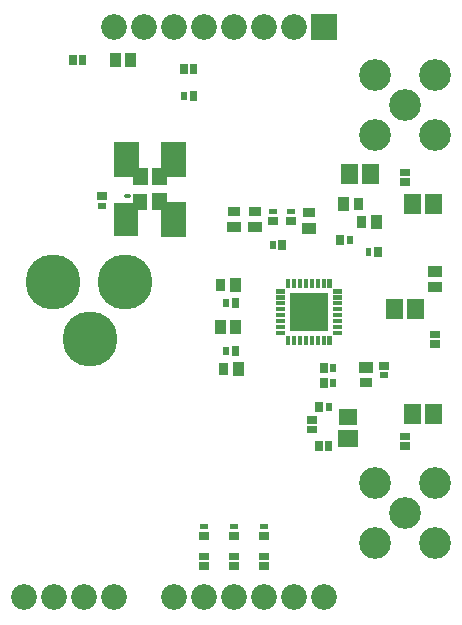
<source format=gbr>
G04 start of page 6 for group -4063 idx -4063 *
G04 Title: (unknown), componentmask *
G04 Creator: pcb 1.99z *
G04 CreationDate: Sun 31 May 2020 07:54:01 PM GMT UTC *
G04 For: mark *
G04 Format: Gerber/RS-274X *
G04 PCB-Dimensions (mil): 2200.00 2300.00 *
G04 PCB-Coordinate-Origin: lower left *
%MOIN*%
%FSLAX25Y25*%
%LNTOPMASK*%
%ADD64R,0.0440X0.0440*%
%ADD63R,0.0500X0.0500*%
%ADD62R,0.0787X0.0787*%
%ADD61C,0.0120*%
%ADD60R,0.0295X0.0295*%
%ADD59R,0.0847X0.0847*%
%ADD58R,0.0355X0.0355*%
%ADD57R,0.0572X0.0572*%
%ADD56R,0.0512X0.0512*%
%ADD55R,0.0197X0.0197*%
%ADD54R,0.0257X0.0257*%
%ADD53R,0.0140X0.0140*%
%ADD52C,0.1832*%
%ADD51C,0.0001*%
%ADD50C,0.1060*%
%ADD49C,0.0860*%
G54D49*X156000Y22000D03*
X146000D03*
X136000D03*
X126000D03*
X116000D03*
X106000D03*
X86000D03*
X76000D03*
X66000D03*
X56000D03*
G54D50*X183000Y50000D03*
X173000Y60000D03*
Y40000D03*
X193000Y60000D03*
Y40000D03*
G54D51*G36*
X151700Y216300D02*Y207700D01*
X160300D01*
Y216300D01*
X151700D01*
G37*
G54D49*X146000Y212000D03*
X136000D03*
X126000D03*
X116000D03*
X96000D03*
X86000D03*
G54D52*X65795Y127000D03*
X78000Y108102D03*
X89811Y127000D03*
G54D49*X106000Y212000D03*
G54D50*X183000Y186000D03*
X173000Y196000D03*
X193000D03*
X173000Y176000D03*
X193000D03*
G54D53*X144111Y108378D02*Y106725D01*
X146079Y108378D02*Y106725D01*
X148048Y108378D02*Y106725D01*
X150016Y108378D02*Y106725D01*
X151984Y108378D02*Y106725D01*
X153952Y108378D02*Y106725D01*
G54D54*X126574Y104393D02*Y103607D01*
X151607Y81074D02*X152393D01*
X151607Y77926D02*X152393D01*
X154426Y85893D02*Y85107D01*
G54D55*X157574Y85893D02*Y85107D01*
G54D56*X163607Y82043D02*X164393D01*
G54D54*X157574Y72893D02*Y72107D01*
X154426Y72893D02*Y72107D01*
G54D57*X163607Y74957D02*X164393D01*
G54D54*X182607Y72426D02*X183393D01*
X175607Y99074D02*X176393D01*
G54D55*X175607Y95926D02*X176393D01*
G54D54*X182607Y75574D02*X183393D01*
G54D57*X185457Y83393D02*Y82607D01*
X192543Y83393D02*Y82607D01*
G54D55*X125607Y45574D02*X126393D01*
G54D54*X125607Y42426D02*X126393D01*
G54D55*X135607Y45574D02*X136393D01*
G54D54*X135607Y42426D02*X136393D01*
X135607Y35574D02*X136393D01*
X135607Y32426D02*X136393D01*
X125607Y35574D02*X126393D01*
X125607Y32426D02*X126393D01*
G54D55*X115607Y45574D02*X116393D01*
G54D54*X115607Y42426D02*X116393D01*
X115607Y35574D02*X116393D01*
X115607Y32426D02*X116393D01*
G54D58*X125508Y145441D02*X126492D01*
G54D55*X109426Y189393D02*Y188607D01*
G54D54*X112574Y189393D02*Y188607D01*
G54D59*X105874Y149575D02*Y146425D01*
Y169575D02*Y166425D01*
G54D54*X112574Y198393D02*Y197607D01*
X109426Y198393D02*Y197607D01*
G54D58*X192508Y125441D02*X193492D01*
G54D54*X192607Y109574D02*X193393D01*
X192607Y106426D02*X193393D01*
G54D58*X192508Y130559D02*X193492D01*
G54D57*X192543Y153393D02*Y152607D01*
X185457Y153393D02*Y152607D01*
G54D58*X162441Y153492D02*Y152508D01*
G54D60*X167559Y153492D02*Y152508D01*
G54D54*X161426Y141393D02*Y140607D01*
G54D55*X164574Y141393D02*Y140607D01*
G54D54*X182607Y163574D02*X183393D01*
X182607Y160426D02*X183393D01*
G54D58*X173559Y147492D02*Y146508D01*
G54D60*X168441Y147492D02*Y146508D01*
G54D57*X164457Y163393D02*Y162607D01*
X171543Y163393D02*Y162607D01*
G54D58*X150508Y145000D02*X151492D01*
G54D54*X174000Y137393D02*Y136607D01*
G54D55*X170852Y137393D02*Y136607D01*
G54D53*X150016Y127275D02*Y125622D01*
X148048Y127275D02*Y125622D01*
X146079Y127275D02*Y125622D01*
X144111Y127275D02*Y125622D01*
X140725Y123889D02*X142378D01*
X140725Y121921D02*X142378D01*
X140725Y119952D02*X142378D01*
G54D51*G36*
X144698Y123302D02*Y110698D01*
X157302D01*
Y123302D01*
X144698D01*
G37*
G54D53*X140725Y117984D02*X142378D01*
X140725Y116016D02*X142378D01*
X140725Y114048D02*X142378D01*
X140725Y112079D02*X142378D01*
X140725Y110111D02*X142378D01*
G54D54*X75574Y201393D02*Y200607D01*
X72426Y201393D02*Y200607D01*
G54D58*X91559Y201492D02*Y200508D01*
X86441Y201492D02*Y200508D01*
G54D61*X90000Y155700D02*X91100D01*
G54D62*X90126Y149575D02*Y146425D01*
G54D59*Y169575D02*Y166425D01*
G54D63*X94700Y162600D02*Y161800D01*
G54D64*Y154200D02*Y153400D01*
G54D63*X101300Y162600D02*Y161800D01*
Y154200D02*Y153400D01*
G54D55*X81707Y152526D02*X82493D01*
G54D54*X81707Y155674D02*X82493D01*
G54D60*X150508Y150118D02*X151492D01*
G54D55*X144607Y150574D02*X145393D01*
G54D54*X144607Y147426D02*X145393D01*
X138607D02*X139393D01*
G54D55*X138607Y150574D02*X139393D01*
G54D60*X132508Y150559D02*X133492D01*
G54D58*X132508Y145441D02*X133492D01*
G54D60*X125508Y150559D02*X126492D01*
G54D54*X142074Y139893D02*Y139107D01*
G54D55*X138926Y139893D02*Y139107D01*
G54D57*X179500Y118393D02*Y117607D01*
X186586Y118393D02*Y117607D01*
G54D58*X169508Y98559D02*X170492D01*
G54D60*X169508Y93441D02*X170492D01*
G54D54*X155926Y98893D02*Y98107D01*
G54D55*X159074Y98893D02*Y98107D01*
G54D54*X155926Y93893D02*Y93107D01*
G54D55*X159074Y93893D02*Y93107D01*
G54D53*X155921Y108378D02*Y106725D01*
X157889Y108378D02*Y106725D01*
X159622Y110111D02*X161275D01*
X159622Y112079D02*X161275D01*
X159622Y114048D02*X161275D01*
X159622Y116016D02*X161275D01*
X159622Y117984D02*X161275D01*
X159622Y119952D02*X161275D01*
X159622Y121921D02*X161275D01*
X159622Y123889D02*X161275D01*
X157889Y127275D02*Y125622D01*
X155921Y127275D02*Y125622D01*
G54D55*X123426Y104393D02*Y103607D01*
G54D60*X121441Y126492D02*Y125508D01*
G54D55*X123426Y120393D02*Y119607D01*
G54D58*X121441Y112492D02*Y111508D01*
X127559Y98492D02*Y97508D01*
X126559Y126492D02*Y125508D01*
G54D54*X126574Y120393D02*Y119607D01*
G54D58*X126559Y112492D02*Y111508D01*
G54D60*X122441Y98492D02*Y97508D01*
G54D53*X153952Y127275D02*Y125622D01*
X151984Y127275D02*Y125622D01*
M02*

</source>
